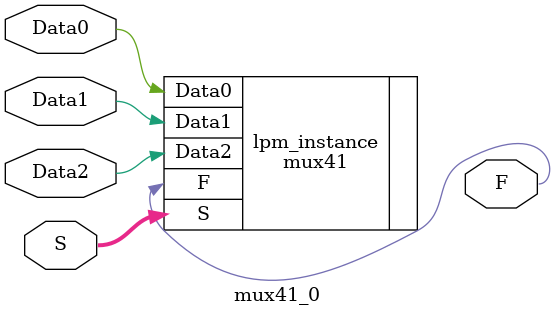
<source format=v>



module mux41_0(Data0,Data1,Data2,S,F);
input Data0;
input Data1;
input Data2;
input [1:0] S;
output F;

mux41	lpm_instance(.Data0(Data0),.Data1(Data1),.Data2(Data2),.S(S),.F(F));

endmodule

</source>
